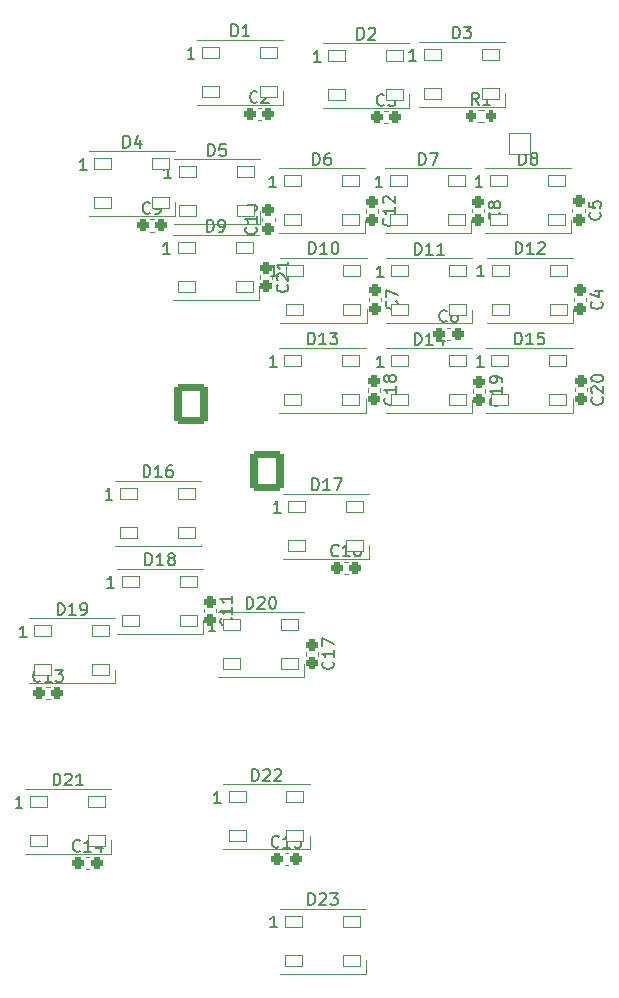
<source format=gbr>
%TF.GenerationSoftware,KiCad,Pcbnew,(6.0.9)*%
%TF.CreationDate,2022-12-27T01:45:07-09:00*%
%TF.ProjectId,PCB_ LANDING GEAR PANEL,5043422c-204c-4414-9e44-494e47204745,rev?*%
%TF.SameCoordinates,Original*%
%TF.FileFunction,Legend,Top*%
%TF.FilePolarity,Positive*%
%FSLAX46Y46*%
G04 Gerber Fmt 4.6, Leading zero omitted, Abs format (unit mm)*
G04 Created by KiCad (PCBNEW (6.0.9)) date 2022-12-27 01:45:07*
%MOMM*%
%LPD*%
G01*
G04 APERTURE LIST*
G04 Aperture macros list*
%AMRoundRect*
0 Rectangle with rounded corners*
0 $1 Rounding radius*
0 $2 $3 $4 $5 $6 $7 $8 $9 X,Y pos of 4 corners*
0 Add a 4 corners polygon primitive as box body*
4,1,4,$2,$3,$4,$5,$6,$7,$8,$9,$2,$3,0*
0 Add four circle primitives for the rounded corners*
1,1,$1+$1,$2,$3*
1,1,$1+$1,$4,$5*
1,1,$1+$1,$6,$7*
1,1,$1+$1,$8,$9*
0 Add four rect primitives between the rounded corners*
20,1,$1+$1,$2,$3,$4,$5,0*
20,1,$1+$1,$4,$5,$6,$7,0*
20,1,$1+$1,$6,$7,$8,$9,0*
20,1,$1+$1,$8,$9,$2,$3,0*%
G04 Aperture macros list end*
%ADD10C,0.150000*%
%ADD11C,0.120000*%
%ADD12RoundRect,0.250000X-0.200000X-0.275000X0.200000X-0.275000X0.200000X0.275000X-0.200000X0.275000X0*%
%ADD13RoundRect,0.300001X-1.099999X-1.399999X1.099999X-1.399999X1.099999X1.399999X-1.099999X1.399999X0*%
%ADD14O,2.800000X3.400000*%
%ADD15RoundRect,0.300001X1.099999X1.399999X-1.099999X1.399999X-1.099999X-1.399999X1.099999X-1.399999X0*%
%ADD16RoundRect,0.050000X-0.900000X-0.900000X0.900000X-0.900000X0.900000X0.900000X-0.900000X0.900000X0*%
%ADD17C,1.900000*%
%ADD18RoundRect,0.050000X-0.750000X-0.450000X0.750000X-0.450000X0.750000X0.450000X-0.750000X0.450000X0*%
%ADD19RoundRect,0.275000X-0.250000X0.225000X-0.250000X-0.225000X0.250000X-0.225000X0.250000X0.225000X0*%
%ADD20RoundRect,0.275000X-0.225000X-0.250000X0.225000X-0.250000X0.225000X0.250000X-0.225000X0.250000X0*%
%ADD21RoundRect,0.275000X0.250000X-0.225000X0.250000X0.225000X-0.250000X0.225000X-0.250000X-0.225000X0*%
G04 APERTURE END LIST*
D10*
%TO.C,R1*%
X105658333Y-45622380D02*
X105325000Y-45146190D01*
X105086904Y-45622380D02*
X105086904Y-44622380D01*
X105467857Y-44622380D01*
X105563095Y-44670000D01*
X105610714Y-44717619D01*
X105658333Y-44812857D01*
X105658333Y-44955714D01*
X105610714Y-45050952D01*
X105563095Y-45098571D01*
X105467857Y-45146190D01*
X105086904Y-45146190D01*
X106610714Y-45622380D02*
X106039285Y-45622380D01*
X106325000Y-45622380D02*
X106325000Y-44622380D01*
X106229761Y-44765238D01*
X106134523Y-44860476D01*
X106039285Y-44908095D01*
%TO.C,D23*%
X91230114Y-113386380D02*
X91230114Y-112386380D01*
X91468209Y-112386380D01*
X91611066Y-112434000D01*
X91706304Y-112529238D01*
X91753923Y-112624476D01*
X91801542Y-112814952D01*
X91801542Y-112957809D01*
X91753923Y-113148285D01*
X91706304Y-113243523D01*
X91611066Y-113338761D01*
X91468209Y-113386380D01*
X91230114Y-113386380D01*
X92182495Y-112481619D02*
X92230114Y-112434000D01*
X92325352Y-112386380D01*
X92563447Y-112386380D01*
X92658685Y-112434000D01*
X92706304Y-112481619D01*
X92753923Y-112576857D01*
X92753923Y-112672095D01*
X92706304Y-112814952D01*
X92134876Y-113386380D01*
X92753923Y-113386380D01*
X93087257Y-112386380D02*
X93706304Y-112386380D01*
X93372971Y-112767333D01*
X93515828Y-112767333D01*
X93611066Y-112814952D01*
X93658685Y-112862571D01*
X93706304Y-112957809D01*
X93706304Y-113195904D01*
X93658685Y-113291142D01*
X93611066Y-113338761D01*
X93515828Y-113386380D01*
X93230114Y-113386380D01*
X93134876Y-113338761D01*
X93087257Y-113291142D01*
X88580114Y-115286380D02*
X88008685Y-115286380D01*
X88294400Y-115286380D02*
X88294400Y-114286380D01*
X88199161Y-114429238D01*
X88103923Y-114524476D01*
X88008685Y-114572095D01*
%TO.C,D22*%
X86466514Y-102870380D02*
X86466514Y-101870380D01*
X86704609Y-101870380D01*
X86847466Y-101918000D01*
X86942704Y-102013238D01*
X86990323Y-102108476D01*
X87037942Y-102298952D01*
X87037942Y-102441809D01*
X86990323Y-102632285D01*
X86942704Y-102727523D01*
X86847466Y-102822761D01*
X86704609Y-102870380D01*
X86466514Y-102870380D01*
X87418895Y-101965619D02*
X87466514Y-101918000D01*
X87561752Y-101870380D01*
X87799847Y-101870380D01*
X87895085Y-101918000D01*
X87942704Y-101965619D01*
X87990323Y-102060857D01*
X87990323Y-102156095D01*
X87942704Y-102298952D01*
X87371276Y-102870380D01*
X87990323Y-102870380D01*
X88371276Y-101965619D02*
X88418895Y-101918000D01*
X88514133Y-101870380D01*
X88752228Y-101870380D01*
X88847466Y-101918000D01*
X88895085Y-101965619D01*
X88942704Y-102060857D01*
X88942704Y-102156095D01*
X88895085Y-102298952D01*
X88323657Y-102870380D01*
X88942704Y-102870380D01*
X83816514Y-104770380D02*
X83245085Y-104770380D01*
X83530800Y-104770380D02*
X83530800Y-103770380D01*
X83435561Y-103913238D01*
X83340323Y-104008476D01*
X83245085Y-104056095D01*
%TO.C,D21*%
X69663314Y-103251380D02*
X69663314Y-102251380D01*
X69901409Y-102251380D01*
X70044266Y-102299000D01*
X70139504Y-102394238D01*
X70187123Y-102489476D01*
X70234742Y-102679952D01*
X70234742Y-102822809D01*
X70187123Y-103013285D01*
X70139504Y-103108523D01*
X70044266Y-103203761D01*
X69901409Y-103251380D01*
X69663314Y-103251380D01*
X70615695Y-102346619D02*
X70663314Y-102299000D01*
X70758552Y-102251380D01*
X70996647Y-102251380D01*
X71091885Y-102299000D01*
X71139504Y-102346619D01*
X71187123Y-102441857D01*
X71187123Y-102537095D01*
X71139504Y-102679952D01*
X70568076Y-103251380D01*
X71187123Y-103251380D01*
X72139504Y-103251380D02*
X71568076Y-103251380D01*
X71853790Y-103251380D02*
X71853790Y-102251380D01*
X71758552Y-102394238D01*
X71663314Y-102489476D01*
X71568076Y-102537095D01*
X67013314Y-105151380D02*
X66441885Y-105151380D01*
X66727600Y-105151380D02*
X66727600Y-104151380D01*
X66632361Y-104294238D01*
X66537123Y-104389476D01*
X66441885Y-104437095D01*
%TO.C,D20*%
X86009314Y-88290780D02*
X86009314Y-87290780D01*
X86247409Y-87290780D01*
X86390266Y-87338400D01*
X86485504Y-87433638D01*
X86533123Y-87528876D01*
X86580742Y-87719352D01*
X86580742Y-87862209D01*
X86533123Y-88052685D01*
X86485504Y-88147923D01*
X86390266Y-88243161D01*
X86247409Y-88290780D01*
X86009314Y-88290780D01*
X86961695Y-87386019D02*
X87009314Y-87338400D01*
X87104552Y-87290780D01*
X87342647Y-87290780D01*
X87437885Y-87338400D01*
X87485504Y-87386019D01*
X87533123Y-87481257D01*
X87533123Y-87576495D01*
X87485504Y-87719352D01*
X86914076Y-88290780D01*
X87533123Y-88290780D01*
X88152171Y-87290780D02*
X88247409Y-87290780D01*
X88342647Y-87338400D01*
X88390266Y-87386019D01*
X88437885Y-87481257D01*
X88485504Y-87671733D01*
X88485504Y-87909828D01*
X88437885Y-88100304D01*
X88390266Y-88195542D01*
X88342647Y-88243161D01*
X88247409Y-88290780D01*
X88152171Y-88290780D01*
X88056933Y-88243161D01*
X88009314Y-88195542D01*
X87961695Y-88100304D01*
X87914076Y-87909828D01*
X87914076Y-87671733D01*
X87961695Y-87481257D01*
X88009314Y-87386019D01*
X88056933Y-87338400D01*
X88152171Y-87290780D01*
X83359314Y-90190780D02*
X82787885Y-90190780D01*
X83073600Y-90190780D02*
X83073600Y-89190780D01*
X82978361Y-89333638D01*
X82883123Y-89428876D01*
X82787885Y-89476495D01*
%TO.C,D19*%
X70018914Y-88823980D02*
X70018914Y-87823980D01*
X70257009Y-87823980D01*
X70399866Y-87871600D01*
X70495104Y-87966838D01*
X70542723Y-88062076D01*
X70590342Y-88252552D01*
X70590342Y-88395409D01*
X70542723Y-88585885D01*
X70495104Y-88681123D01*
X70399866Y-88776361D01*
X70257009Y-88823980D01*
X70018914Y-88823980D01*
X71542723Y-88823980D02*
X70971295Y-88823980D01*
X71257009Y-88823980D02*
X71257009Y-87823980D01*
X71161771Y-87966838D01*
X71066533Y-88062076D01*
X70971295Y-88109695D01*
X72018914Y-88823980D02*
X72209390Y-88823980D01*
X72304628Y-88776361D01*
X72352247Y-88728742D01*
X72447485Y-88585885D01*
X72495104Y-88395409D01*
X72495104Y-88014457D01*
X72447485Y-87919219D01*
X72399866Y-87871600D01*
X72304628Y-87823980D01*
X72114152Y-87823980D01*
X72018914Y-87871600D01*
X71971295Y-87919219D01*
X71923676Y-88014457D01*
X71923676Y-88252552D01*
X71971295Y-88347790D01*
X72018914Y-88395409D01*
X72114152Y-88443028D01*
X72304628Y-88443028D01*
X72399866Y-88395409D01*
X72447485Y-88347790D01*
X72495104Y-88252552D01*
X67368914Y-90723980D02*
X66797485Y-90723980D01*
X67083200Y-90723980D02*
X67083200Y-89723980D01*
X66987961Y-89866838D01*
X66892723Y-89962076D01*
X66797485Y-90009695D01*
%TO.C,D18*%
X77435714Y-84607580D02*
X77435714Y-83607580D01*
X77673809Y-83607580D01*
X77816666Y-83655200D01*
X77911904Y-83750438D01*
X77959523Y-83845676D01*
X78007142Y-84036152D01*
X78007142Y-84179009D01*
X77959523Y-84369485D01*
X77911904Y-84464723D01*
X77816666Y-84559961D01*
X77673809Y-84607580D01*
X77435714Y-84607580D01*
X78959523Y-84607580D02*
X78388095Y-84607580D01*
X78673809Y-84607580D02*
X78673809Y-83607580D01*
X78578571Y-83750438D01*
X78483333Y-83845676D01*
X78388095Y-83893295D01*
X79530952Y-84036152D02*
X79435714Y-83988533D01*
X79388095Y-83940914D01*
X79340476Y-83845676D01*
X79340476Y-83798057D01*
X79388095Y-83702819D01*
X79435714Y-83655200D01*
X79530952Y-83607580D01*
X79721428Y-83607580D01*
X79816666Y-83655200D01*
X79864285Y-83702819D01*
X79911904Y-83798057D01*
X79911904Y-83845676D01*
X79864285Y-83940914D01*
X79816666Y-83988533D01*
X79721428Y-84036152D01*
X79530952Y-84036152D01*
X79435714Y-84083771D01*
X79388095Y-84131390D01*
X79340476Y-84226628D01*
X79340476Y-84417104D01*
X79388095Y-84512342D01*
X79435714Y-84559961D01*
X79530952Y-84607580D01*
X79721428Y-84607580D01*
X79816666Y-84559961D01*
X79864285Y-84512342D01*
X79911904Y-84417104D01*
X79911904Y-84226628D01*
X79864285Y-84131390D01*
X79816666Y-84083771D01*
X79721428Y-84036152D01*
X74785714Y-86507580D02*
X74214285Y-86507580D01*
X74500000Y-86507580D02*
X74500000Y-85507580D01*
X74404761Y-85650438D01*
X74309523Y-85745676D01*
X74214285Y-85793295D01*
%TO.C,D17*%
X91535714Y-78252380D02*
X91535714Y-77252380D01*
X91773809Y-77252380D01*
X91916666Y-77300000D01*
X92011904Y-77395238D01*
X92059523Y-77490476D01*
X92107142Y-77680952D01*
X92107142Y-77823809D01*
X92059523Y-78014285D01*
X92011904Y-78109523D01*
X91916666Y-78204761D01*
X91773809Y-78252380D01*
X91535714Y-78252380D01*
X93059523Y-78252380D02*
X92488095Y-78252380D01*
X92773809Y-78252380D02*
X92773809Y-77252380D01*
X92678571Y-77395238D01*
X92583333Y-77490476D01*
X92488095Y-77538095D01*
X93392857Y-77252380D02*
X94059523Y-77252380D01*
X93630952Y-78252380D01*
X88885714Y-80152380D02*
X88314285Y-80152380D01*
X88600000Y-80152380D02*
X88600000Y-79152380D01*
X88504761Y-79295238D01*
X88409523Y-79390476D01*
X88314285Y-79438095D01*
%TO.C,D16*%
X77285714Y-77152380D02*
X77285714Y-76152380D01*
X77523809Y-76152380D01*
X77666666Y-76200000D01*
X77761904Y-76295238D01*
X77809523Y-76390476D01*
X77857142Y-76580952D01*
X77857142Y-76723809D01*
X77809523Y-76914285D01*
X77761904Y-77009523D01*
X77666666Y-77104761D01*
X77523809Y-77152380D01*
X77285714Y-77152380D01*
X78809523Y-77152380D02*
X78238095Y-77152380D01*
X78523809Y-77152380D02*
X78523809Y-76152380D01*
X78428571Y-76295238D01*
X78333333Y-76390476D01*
X78238095Y-76438095D01*
X79666666Y-76152380D02*
X79476190Y-76152380D01*
X79380952Y-76200000D01*
X79333333Y-76247619D01*
X79238095Y-76390476D01*
X79190476Y-76580952D01*
X79190476Y-76961904D01*
X79238095Y-77057142D01*
X79285714Y-77104761D01*
X79380952Y-77152380D01*
X79571428Y-77152380D01*
X79666666Y-77104761D01*
X79714285Y-77057142D01*
X79761904Y-76961904D01*
X79761904Y-76723809D01*
X79714285Y-76628571D01*
X79666666Y-76580952D01*
X79571428Y-76533333D01*
X79380952Y-76533333D01*
X79285714Y-76580952D01*
X79238095Y-76628571D01*
X79190476Y-76723809D01*
X74635714Y-79052380D02*
X74064285Y-79052380D01*
X74350000Y-79052380D02*
X74350000Y-78052380D01*
X74254761Y-78195238D01*
X74159523Y-78290476D01*
X74064285Y-78338095D01*
%TO.C,D15*%
X108728714Y-65913180D02*
X108728714Y-64913180D01*
X108966809Y-64913180D01*
X109109666Y-64960800D01*
X109204904Y-65056038D01*
X109252523Y-65151276D01*
X109300142Y-65341752D01*
X109300142Y-65484609D01*
X109252523Y-65675085D01*
X109204904Y-65770323D01*
X109109666Y-65865561D01*
X108966809Y-65913180D01*
X108728714Y-65913180D01*
X110252523Y-65913180D02*
X109681095Y-65913180D01*
X109966809Y-65913180D02*
X109966809Y-64913180D01*
X109871571Y-65056038D01*
X109776333Y-65151276D01*
X109681095Y-65198895D01*
X111157285Y-64913180D02*
X110681095Y-64913180D01*
X110633476Y-65389371D01*
X110681095Y-65341752D01*
X110776333Y-65294133D01*
X111014428Y-65294133D01*
X111109666Y-65341752D01*
X111157285Y-65389371D01*
X111204904Y-65484609D01*
X111204904Y-65722704D01*
X111157285Y-65817942D01*
X111109666Y-65865561D01*
X111014428Y-65913180D01*
X110776333Y-65913180D01*
X110681095Y-65865561D01*
X110633476Y-65817942D01*
X106078714Y-67813180D02*
X105507285Y-67813180D01*
X105793000Y-67813180D02*
X105793000Y-66813180D01*
X105697761Y-66956038D01*
X105602523Y-67051276D01*
X105507285Y-67098895D01*
%TO.C,D14*%
X100244714Y-65963980D02*
X100244714Y-64963980D01*
X100482809Y-64963980D01*
X100625666Y-65011600D01*
X100720904Y-65106838D01*
X100768523Y-65202076D01*
X100816142Y-65392552D01*
X100816142Y-65535409D01*
X100768523Y-65725885D01*
X100720904Y-65821123D01*
X100625666Y-65916361D01*
X100482809Y-65963980D01*
X100244714Y-65963980D01*
X101768523Y-65963980D02*
X101197095Y-65963980D01*
X101482809Y-65963980D02*
X101482809Y-64963980D01*
X101387571Y-65106838D01*
X101292333Y-65202076D01*
X101197095Y-65249695D01*
X102625666Y-65297314D02*
X102625666Y-65963980D01*
X102387571Y-64916361D02*
X102149476Y-65630647D01*
X102768523Y-65630647D01*
X97594714Y-67863980D02*
X97023285Y-67863980D01*
X97309000Y-67863980D02*
X97309000Y-66863980D01*
X97213761Y-67006838D01*
X97118523Y-67102076D01*
X97023285Y-67149695D01*
%TO.C,D13*%
X91202514Y-65913180D02*
X91202514Y-64913180D01*
X91440609Y-64913180D01*
X91583466Y-64960800D01*
X91678704Y-65056038D01*
X91726323Y-65151276D01*
X91773942Y-65341752D01*
X91773942Y-65484609D01*
X91726323Y-65675085D01*
X91678704Y-65770323D01*
X91583466Y-65865561D01*
X91440609Y-65913180D01*
X91202514Y-65913180D01*
X92726323Y-65913180D02*
X92154895Y-65913180D01*
X92440609Y-65913180D02*
X92440609Y-64913180D01*
X92345371Y-65056038D01*
X92250133Y-65151276D01*
X92154895Y-65198895D01*
X93059657Y-64913180D02*
X93678704Y-64913180D01*
X93345371Y-65294133D01*
X93488228Y-65294133D01*
X93583466Y-65341752D01*
X93631085Y-65389371D01*
X93678704Y-65484609D01*
X93678704Y-65722704D01*
X93631085Y-65817942D01*
X93583466Y-65865561D01*
X93488228Y-65913180D01*
X93202514Y-65913180D01*
X93107276Y-65865561D01*
X93059657Y-65817942D01*
X88552514Y-67813180D02*
X87981085Y-67813180D01*
X88266800Y-67813180D02*
X88266800Y-66813180D01*
X88171561Y-66956038D01*
X88076323Y-67051276D01*
X87981085Y-67098895D01*
%TO.C,D12*%
X108767714Y-58267980D02*
X108767714Y-57267980D01*
X109005809Y-57267980D01*
X109148666Y-57315600D01*
X109243904Y-57410838D01*
X109291523Y-57506076D01*
X109339142Y-57696552D01*
X109339142Y-57839409D01*
X109291523Y-58029885D01*
X109243904Y-58125123D01*
X109148666Y-58220361D01*
X109005809Y-58267980D01*
X108767714Y-58267980D01*
X110291523Y-58267980D02*
X109720095Y-58267980D01*
X110005809Y-58267980D02*
X110005809Y-57267980D01*
X109910571Y-57410838D01*
X109815333Y-57506076D01*
X109720095Y-57553695D01*
X110672476Y-57363219D02*
X110720095Y-57315600D01*
X110815333Y-57267980D01*
X111053428Y-57267980D01*
X111148666Y-57315600D01*
X111196285Y-57363219D01*
X111243904Y-57458457D01*
X111243904Y-57553695D01*
X111196285Y-57696552D01*
X110624857Y-58267980D01*
X111243904Y-58267980D01*
X106117714Y-60167980D02*
X105546285Y-60167980D01*
X105832000Y-60167980D02*
X105832000Y-59167980D01*
X105736761Y-59310838D01*
X105641523Y-59406076D01*
X105546285Y-59453695D01*
%TO.C,D11*%
X100244714Y-58343980D02*
X100244714Y-57343980D01*
X100482809Y-57343980D01*
X100625666Y-57391600D01*
X100720904Y-57486838D01*
X100768523Y-57582076D01*
X100816142Y-57772552D01*
X100816142Y-57915409D01*
X100768523Y-58105885D01*
X100720904Y-58201123D01*
X100625666Y-58296361D01*
X100482809Y-58343980D01*
X100244714Y-58343980D01*
X101768523Y-58343980D02*
X101197095Y-58343980D01*
X101482809Y-58343980D02*
X101482809Y-57343980D01*
X101387571Y-57486838D01*
X101292333Y-57582076D01*
X101197095Y-57629695D01*
X102720904Y-58343980D02*
X102149476Y-58343980D01*
X102435190Y-58343980D02*
X102435190Y-57343980D01*
X102339952Y-57486838D01*
X102244714Y-57582076D01*
X102149476Y-57629695D01*
X97594714Y-60243980D02*
X97023285Y-60243980D01*
X97309000Y-60243980D02*
X97309000Y-59243980D01*
X97213761Y-59386838D01*
X97118523Y-59482076D01*
X97023285Y-59529695D01*
%TO.C,D10*%
X91292514Y-58267980D02*
X91292514Y-57267980D01*
X91530609Y-57267980D01*
X91673466Y-57315600D01*
X91768704Y-57410838D01*
X91816323Y-57506076D01*
X91863942Y-57696552D01*
X91863942Y-57839409D01*
X91816323Y-58029885D01*
X91768704Y-58125123D01*
X91673466Y-58220361D01*
X91530609Y-58267980D01*
X91292514Y-58267980D01*
X92816323Y-58267980D02*
X92244895Y-58267980D01*
X92530609Y-58267980D02*
X92530609Y-57267980D01*
X92435371Y-57410838D01*
X92340133Y-57506076D01*
X92244895Y-57553695D01*
X93435371Y-57267980D02*
X93530609Y-57267980D01*
X93625847Y-57315600D01*
X93673466Y-57363219D01*
X93721085Y-57458457D01*
X93768704Y-57648933D01*
X93768704Y-57887028D01*
X93721085Y-58077504D01*
X93673466Y-58172742D01*
X93625847Y-58220361D01*
X93530609Y-58267980D01*
X93435371Y-58267980D01*
X93340133Y-58220361D01*
X93292514Y-58172742D01*
X93244895Y-58077504D01*
X93197276Y-57887028D01*
X93197276Y-57648933D01*
X93244895Y-57458457D01*
X93292514Y-57363219D01*
X93340133Y-57315600D01*
X93435371Y-57267980D01*
X88642514Y-60167980D02*
X88071085Y-60167980D01*
X88356800Y-60167980D02*
X88356800Y-59167980D01*
X88261561Y-59310838D01*
X88166323Y-59406076D01*
X88071085Y-59453695D01*
%TO.C,D9*%
X82636304Y-56362780D02*
X82636304Y-55362780D01*
X82874400Y-55362780D01*
X83017257Y-55410400D01*
X83112495Y-55505638D01*
X83160114Y-55600876D01*
X83207733Y-55791352D01*
X83207733Y-55934209D01*
X83160114Y-56124685D01*
X83112495Y-56219923D01*
X83017257Y-56315161D01*
X82874400Y-56362780D01*
X82636304Y-56362780D01*
X83683923Y-56362780D02*
X83874400Y-56362780D01*
X83969638Y-56315161D01*
X84017257Y-56267542D01*
X84112495Y-56124685D01*
X84160114Y-55934209D01*
X84160114Y-55553257D01*
X84112495Y-55458019D01*
X84064876Y-55410400D01*
X83969638Y-55362780D01*
X83779161Y-55362780D01*
X83683923Y-55410400D01*
X83636304Y-55458019D01*
X83588685Y-55553257D01*
X83588685Y-55791352D01*
X83636304Y-55886590D01*
X83683923Y-55934209D01*
X83779161Y-55981828D01*
X83969638Y-55981828D01*
X84064876Y-55934209D01*
X84112495Y-55886590D01*
X84160114Y-55791352D01*
X79510114Y-58262780D02*
X78938685Y-58262780D01*
X79224400Y-58262780D02*
X79224400Y-57262780D01*
X79129161Y-57405638D01*
X79033923Y-57500876D01*
X78938685Y-57548495D01*
%TO.C,D8*%
X109091904Y-50698780D02*
X109091904Y-49698780D01*
X109330000Y-49698780D01*
X109472857Y-49746400D01*
X109568095Y-49841638D01*
X109615714Y-49936876D01*
X109663333Y-50127352D01*
X109663333Y-50270209D01*
X109615714Y-50460685D01*
X109568095Y-50555923D01*
X109472857Y-50651161D01*
X109330000Y-50698780D01*
X109091904Y-50698780D01*
X110234761Y-50127352D02*
X110139523Y-50079733D01*
X110091904Y-50032114D01*
X110044285Y-49936876D01*
X110044285Y-49889257D01*
X110091904Y-49794019D01*
X110139523Y-49746400D01*
X110234761Y-49698780D01*
X110425238Y-49698780D01*
X110520476Y-49746400D01*
X110568095Y-49794019D01*
X110615714Y-49889257D01*
X110615714Y-49936876D01*
X110568095Y-50032114D01*
X110520476Y-50079733D01*
X110425238Y-50127352D01*
X110234761Y-50127352D01*
X110139523Y-50174971D01*
X110091904Y-50222590D01*
X110044285Y-50317828D01*
X110044285Y-50508304D01*
X110091904Y-50603542D01*
X110139523Y-50651161D01*
X110234761Y-50698780D01*
X110425238Y-50698780D01*
X110520476Y-50651161D01*
X110568095Y-50603542D01*
X110615714Y-50508304D01*
X110615714Y-50317828D01*
X110568095Y-50222590D01*
X110520476Y-50174971D01*
X110425238Y-50127352D01*
X105965714Y-52598780D02*
X105394285Y-52598780D01*
X105680000Y-52598780D02*
X105680000Y-51598780D01*
X105584761Y-51741638D01*
X105489523Y-51836876D01*
X105394285Y-51884495D01*
%TO.C,D7*%
X100619904Y-50723980D02*
X100619904Y-49723980D01*
X100858000Y-49723980D01*
X101000857Y-49771600D01*
X101096095Y-49866838D01*
X101143714Y-49962076D01*
X101191333Y-50152552D01*
X101191333Y-50295409D01*
X101143714Y-50485885D01*
X101096095Y-50581123D01*
X101000857Y-50676361D01*
X100858000Y-50723980D01*
X100619904Y-50723980D01*
X101524666Y-49723980D02*
X102191333Y-49723980D01*
X101762761Y-50723980D01*
X97493714Y-52623980D02*
X96922285Y-52623980D01*
X97208000Y-52623980D02*
X97208000Y-51623980D01*
X97112761Y-51766838D01*
X97017523Y-51862076D01*
X96922285Y-51909695D01*
%TO.C,D6*%
X91627904Y-50723980D02*
X91627904Y-49723980D01*
X91866000Y-49723980D01*
X92008857Y-49771600D01*
X92104095Y-49866838D01*
X92151714Y-49962076D01*
X92199333Y-50152552D01*
X92199333Y-50295409D01*
X92151714Y-50485885D01*
X92104095Y-50581123D01*
X92008857Y-50676361D01*
X91866000Y-50723980D01*
X91627904Y-50723980D01*
X93056476Y-49723980D02*
X92866000Y-49723980D01*
X92770761Y-49771600D01*
X92723142Y-49819219D01*
X92627904Y-49962076D01*
X92580285Y-50152552D01*
X92580285Y-50533504D01*
X92627904Y-50628742D01*
X92675523Y-50676361D01*
X92770761Y-50723980D01*
X92961238Y-50723980D01*
X93056476Y-50676361D01*
X93104095Y-50628742D01*
X93151714Y-50533504D01*
X93151714Y-50295409D01*
X93104095Y-50200171D01*
X93056476Y-50152552D01*
X92961238Y-50104933D01*
X92770761Y-50104933D01*
X92675523Y-50152552D01*
X92627904Y-50200171D01*
X92580285Y-50295409D01*
X88501714Y-52623980D02*
X87930285Y-52623980D01*
X88216000Y-52623980D02*
X88216000Y-51623980D01*
X88120761Y-51766838D01*
X88025523Y-51862076D01*
X87930285Y-51909695D01*
%TO.C,D5*%
X82737904Y-49961980D02*
X82737904Y-48961980D01*
X82976000Y-48961980D01*
X83118857Y-49009600D01*
X83214095Y-49104838D01*
X83261714Y-49200076D01*
X83309333Y-49390552D01*
X83309333Y-49533409D01*
X83261714Y-49723885D01*
X83214095Y-49819123D01*
X83118857Y-49914361D01*
X82976000Y-49961980D01*
X82737904Y-49961980D01*
X84214095Y-48961980D02*
X83737904Y-48961980D01*
X83690285Y-49438171D01*
X83737904Y-49390552D01*
X83833142Y-49342933D01*
X84071238Y-49342933D01*
X84166476Y-49390552D01*
X84214095Y-49438171D01*
X84261714Y-49533409D01*
X84261714Y-49771504D01*
X84214095Y-49866742D01*
X84166476Y-49914361D01*
X84071238Y-49961980D01*
X83833142Y-49961980D01*
X83737904Y-49914361D01*
X83690285Y-49866742D01*
X79611714Y-51861980D02*
X79040285Y-51861980D01*
X79326000Y-51861980D02*
X79326000Y-50861980D01*
X79230761Y-51004838D01*
X79135523Y-51100076D01*
X79040285Y-51147695D01*
%TO.C,D4*%
X75575104Y-49250780D02*
X75575104Y-48250780D01*
X75813200Y-48250780D01*
X75956057Y-48298400D01*
X76051295Y-48393638D01*
X76098914Y-48488876D01*
X76146533Y-48679352D01*
X76146533Y-48822209D01*
X76098914Y-49012685D01*
X76051295Y-49107923D01*
X75956057Y-49203161D01*
X75813200Y-49250780D01*
X75575104Y-49250780D01*
X77003676Y-48584114D02*
X77003676Y-49250780D01*
X76765580Y-48203161D02*
X76527485Y-48917447D01*
X77146533Y-48917447D01*
X72448914Y-51150780D02*
X71877485Y-51150780D01*
X72163200Y-51150780D02*
X72163200Y-50150780D01*
X72067961Y-50293638D01*
X71972723Y-50388876D01*
X71877485Y-50436495D01*
%TO.C,D3*%
X103463904Y-40005180D02*
X103463904Y-39005180D01*
X103702000Y-39005180D01*
X103844857Y-39052800D01*
X103940095Y-39148038D01*
X103987714Y-39243276D01*
X104035333Y-39433752D01*
X104035333Y-39576609D01*
X103987714Y-39767085D01*
X103940095Y-39862323D01*
X103844857Y-39957561D01*
X103702000Y-40005180D01*
X103463904Y-40005180D01*
X104368666Y-39005180D02*
X104987714Y-39005180D01*
X104654380Y-39386133D01*
X104797238Y-39386133D01*
X104892476Y-39433752D01*
X104940095Y-39481371D01*
X104987714Y-39576609D01*
X104987714Y-39814704D01*
X104940095Y-39909942D01*
X104892476Y-39957561D01*
X104797238Y-40005180D01*
X104511523Y-40005180D01*
X104416285Y-39957561D01*
X104368666Y-39909942D01*
X100337714Y-41905180D02*
X99766285Y-41905180D01*
X100052000Y-41905180D02*
X100052000Y-40905180D01*
X99956761Y-41048038D01*
X99861523Y-41143276D01*
X99766285Y-41190895D01*
%TO.C,D2*%
X95387104Y-40106780D02*
X95387104Y-39106780D01*
X95625200Y-39106780D01*
X95768057Y-39154400D01*
X95863295Y-39249638D01*
X95910914Y-39344876D01*
X95958533Y-39535352D01*
X95958533Y-39678209D01*
X95910914Y-39868685D01*
X95863295Y-39963923D01*
X95768057Y-40059161D01*
X95625200Y-40106780D01*
X95387104Y-40106780D01*
X96339485Y-39202019D02*
X96387104Y-39154400D01*
X96482342Y-39106780D01*
X96720438Y-39106780D01*
X96815676Y-39154400D01*
X96863295Y-39202019D01*
X96910914Y-39297257D01*
X96910914Y-39392495D01*
X96863295Y-39535352D01*
X96291866Y-40106780D01*
X96910914Y-40106780D01*
X92260914Y-42006780D02*
X91689485Y-42006780D01*
X91975200Y-42006780D02*
X91975200Y-41006780D01*
X91879961Y-41149638D01*
X91784723Y-41244876D01*
X91689485Y-41292495D01*
%TO.C,D1*%
X84707504Y-39827580D02*
X84707504Y-38827580D01*
X84945600Y-38827580D01*
X85088457Y-38875200D01*
X85183695Y-38970438D01*
X85231314Y-39065676D01*
X85278933Y-39256152D01*
X85278933Y-39399009D01*
X85231314Y-39589485D01*
X85183695Y-39684723D01*
X85088457Y-39779961D01*
X84945600Y-39827580D01*
X84707504Y-39827580D01*
X86231314Y-39827580D02*
X85659885Y-39827580D01*
X85945600Y-39827580D02*
X85945600Y-38827580D01*
X85850361Y-38970438D01*
X85755123Y-39065676D01*
X85659885Y-39113295D01*
X81581314Y-41727580D02*
X81009885Y-41727580D01*
X81295600Y-41727580D02*
X81295600Y-40727580D01*
X81200361Y-40870438D01*
X81105123Y-40965676D01*
X81009885Y-41013295D01*
%TO.C,C21*%
X89437142Y-60855357D02*
X89484761Y-60902976D01*
X89532380Y-61045833D01*
X89532380Y-61141071D01*
X89484761Y-61283928D01*
X89389523Y-61379166D01*
X89294285Y-61426785D01*
X89103809Y-61474404D01*
X88960952Y-61474404D01*
X88770476Y-61426785D01*
X88675238Y-61379166D01*
X88580000Y-61283928D01*
X88532380Y-61141071D01*
X88532380Y-61045833D01*
X88580000Y-60902976D01*
X88627619Y-60855357D01*
X88627619Y-60474404D02*
X88580000Y-60426785D01*
X88532380Y-60331547D01*
X88532380Y-60093452D01*
X88580000Y-59998214D01*
X88627619Y-59950595D01*
X88722857Y-59902976D01*
X88818095Y-59902976D01*
X88960952Y-59950595D01*
X89532380Y-60522023D01*
X89532380Y-59902976D01*
X89532380Y-58950595D02*
X89532380Y-59522023D01*
X89532380Y-59236309D02*
X88532380Y-59236309D01*
X88675238Y-59331547D01*
X88770476Y-59426785D01*
X88818095Y-59522023D01*
%TO.C,C20*%
X116087142Y-70405357D02*
X116134761Y-70452976D01*
X116182380Y-70595833D01*
X116182380Y-70691071D01*
X116134761Y-70833928D01*
X116039523Y-70929166D01*
X115944285Y-70976785D01*
X115753809Y-71024404D01*
X115610952Y-71024404D01*
X115420476Y-70976785D01*
X115325238Y-70929166D01*
X115230000Y-70833928D01*
X115182380Y-70691071D01*
X115182380Y-70595833D01*
X115230000Y-70452976D01*
X115277619Y-70405357D01*
X115277619Y-70024404D02*
X115230000Y-69976785D01*
X115182380Y-69881547D01*
X115182380Y-69643452D01*
X115230000Y-69548214D01*
X115277619Y-69500595D01*
X115372857Y-69452976D01*
X115468095Y-69452976D01*
X115610952Y-69500595D01*
X116182380Y-70072023D01*
X116182380Y-69452976D01*
X115182380Y-68833928D02*
X115182380Y-68738690D01*
X115230000Y-68643452D01*
X115277619Y-68595833D01*
X115372857Y-68548214D01*
X115563333Y-68500595D01*
X115801428Y-68500595D01*
X115991904Y-68548214D01*
X116087142Y-68595833D01*
X116134761Y-68643452D01*
X116182380Y-68738690D01*
X116182380Y-68833928D01*
X116134761Y-68929166D01*
X116087142Y-68976785D01*
X115991904Y-69024404D01*
X115801428Y-69072023D01*
X115563333Y-69072023D01*
X115372857Y-69024404D01*
X115277619Y-68976785D01*
X115230000Y-68929166D01*
X115182380Y-68833928D01*
%TO.C,C19*%
X107487142Y-70505357D02*
X107534761Y-70552976D01*
X107582380Y-70695833D01*
X107582380Y-70791071D01*
X107534761Y-70933928D01*
X107439523Y-71029166D01*
X107344285Y-71076785D01*
X107153809Y-71124404D01*
X107010952Y-71124404D01*
X106820476Y-71076785D01*
X106725238Y-71029166D01*
X106630000Y-70933928D01*
X106582380Y-70791071D01*
X106582380Y-70695833D01*
X106630000Y-70552976D01*
X106677619Y-70505357D01*
X107582380Y-69552976D02*
X107582380Y-70124404D01*
X107582380Y-69838690D02*
X106582380Y-69838690D01*
X106725238Y-69933928D01*
X106820476Y-70029166D01*
X106868095Y-70124404D01*
X107582380Y-69076785D02*
X107582380Y-68886309D01*
X107534761Y-68791071D01*
X107487142Y-68743452D01*
X107344285Y-68648214D01*
X107153809Y-68600595D01*
X106772857Y-68600595D01*
X106677619Y-68648214D01*
X106630000Y-68695833D01*
X106582380Y-68791071D01*
X106582380Y-68981547D01*
X106630000Y-69076785D01*
X106677619Y-69124404D01*
X106772857Y-69172023D01*
X107010952Y-69172023D01*
X107106190Y-69124404D01*
X107153809Y-69076785D01*
X107201428Y-68981547D01*
X107201428Y-68791071D01*
X107153809Y-68695833D01*
X107106190Y-68648214D01*
X107010952Y-68600595D01*
%TO.C,C18*%
X98537142Y-70430357D02*
X98584761Y-70477976D01*
X98632380Y-70620833D01*
X98632380Y-70716071D01*
X98584761Y-70858928D01*
X98489523Y-70954166D01*
X98394285Y-71001785D01*
X98203809Y-71049404D01*
X98060952Y-71049404D01*
X97870476Y-71001785D01*
X97775238Y-70954166D01*
X97680000Y-70858928D01*
X97632380Y-70716071D01*
X97632380Y-70620833D01*
X97680000Y-70477976D01*
X97727619Y-70430357D01*
X98632380Y-69477976D02*
X98632380Y-70049404D01*
X98632380Y-69763690D02*
X97632380Y-69763690D01*
X97775238Y-69858928D01*
X97870476Y-69954166D01*
X97918095Y-70049404D01*
X98060952Y-68906547D02*
X98013333Y-69001785D01*
X97965714Y-69049404D01*
X97870476Y-69097023D01*
X97822857Y-69097023D01*
X97727619Y-69049404D01*
X97680000Y-69001785D01*
X97632380Y-68906547D01*
X97632380Y-68716071D01*
X97680000Y-68620833D01*
X97727619Y-68573214D01*
X97822857Y-68525595D01*
X97870476Y-68525595D01*
X97965714Y-68573214D01*
X98013333Y-68620833D01*
X98060952Y-68716071D01*
X98060952Y-68906547D01*
X98108571Y-69001785D01*
X98156190Y-69049404D01*
X98251428Y-69097023D01*
X98441904Y-69097023D01*
X98537142Y-69049404D01*
X98584761Y-69001785D01*
X98632380Y-68906547D01*
X98632380Y-68716071D01*
X98584761Y-68620833D01*
X98537142Y-68573214D01*
X98441904Y-68525595D01*
X98251428Y-68525595D01*
X98156190Y-68573214D01*
X98108571Y-68620833D01*
X98060952Y-68716071D01*
%TO.C,C17*%
X93287142Y-92767857D02*
X93334761Y-92815476D01*
X93382380Y-92958333D01*
X93382380Y-93053571D01*
X93334761Y-93196428D01*
X93239523Y-93291666D01*
X93144285Y-93339285D01*
X92953809Y-93386904D01*
X92810952Y-93386904D01*
X92620476Y-93339285D01*
X92525238Y-93291666D01*
X92430000Y-93196428D01*
X92382380Y-93053571D01*
X92382380Y-92958333D01*
X92430000Y-92815476D01*
X92477619Y-92767857D01*
X93382380Y-91815476D02*
X93382380Y-92386904D01*
X93382380Y-92101190D02*
X92382380Y-92101190D01*
X92525238Y-92196428D01*
X92620476Y-92291666D01*
X92668095Y-92386904D01*
X92382380Y-91482142D02*
X92382380Y-90815476D01*
X93382380Y-91244047D01*
%TO.C,C16*%
X93782142Y-83777142D02*
X93734523Y-83824761D01*
X93591666Y-83872380D01*
X93496428Y-83872380D01*
X93353571Y-83824761D01*
X93258333Y-83729523D01*
X93210714Y-83634285D01*
X93163095Y-83443809D01*
X93163095Y-83300952D01*
X93210714Y-83110476D01*
X93258333Y-83015238D01*
X93353571Y-82920000D01*
X93496428Y-82872380D01*
X93591666Y-82872380D01*
X93734523Y-82920000D01*
X93782142Y-82967619D01*
X94734523Y-83872380D02*
X94163095Y-83872380D01*
X94448809Y-83872380D02*
X94448809Y-82872380D01*
X94353571Y-83015238D01*
X94258333Y-83110476D01*
X94163095Y-83158095D01*
X95591666Y-82872380D02*
X95401190Y-82872380D01*
X95305952Y-82920000D01*
X95258333Y-82967619D01*
X95163095Y-83110476D01*
X95115476Y-83300952D01*
X95115476Y-83681904D01*
X95163095Y-83777142D01*
X95210714Y-83824761D01*
X95305952Y-83872380D01*
X95496428Y-83872380D01*
X95591666Y-83824761D01*
X95639285Y-83777142D01*
X95686904Y-83681904D01*
X95686904Y-83443809D01*
X95639285Y-83348571D01*
X95591666Y-83300952D01*
X95496428Y-83253333D01*
X95305952Y-83253333D01*
X95210714Y-83300952D01*
X95163095Y-83348571D01*
X95115476Y-83443809D01*
%TO.C,C15*%
X88732142Y-108427142D02*
X88684523Y-108474761D01*
X88541666Y-108522380D01*
X88446428Y-108522380D01*
X88303571Y-108474761D01*
X88208333Y-108379523D01*
X88160714Y-108284285D01*
X88113095Y-108093809D01*
X88113095Y-107950952D01*
X88160714Y-107760476D01*
X88208333Y-107665238D01*
X88303571Y-107570000D01*
X88446428Y-107522380D01*
X88541666Y-107522380D01*
X88684523Y-107570000D01*
X88732142Y-107617619D01*
X89684523Y-108522380D02*
X89113095Y-108522380D01*
X89398809Y-108522380D02*
X89398809Y-107522380D01*
X89303571Y-107665238D01*
X89208333Y-107760476D01*
X89113095Y-107808095D01*
X90589285Y-107522380D02*
X90113095Y-107522380D01*
X90065476Y-107998571D01*
X90113095Y-107950952D01*
X90208333Y-107903333D01*
X90446428Y-107903333D01*
X90541666Y-107950952D01*
X90589285Y-107998571D01*
X90636904Y-108093809D01*
X90636904Y-108331904D01*
X90589285Y-108427142D01*
X90541666Y-108474761D01*
X90446428Y-108522380D01*
X90208333Y-108522380D01*
X90113095Y-108474761D01*
X90065476Y-108427142D01*
%TO.C,C14*%
X71882142Y-108777142D02*
X71834523Y-108824761D01*
X71691666Y-108872380D01*
X71596428Y-108872380D01*
X71453571Y-108824761D01*
X71358333Y-108729523D01*
X71310714Y-108634285D01*
X71263095Y-108443809D01*
X71263095Y-108300952D01*
X71310714Y-108110476D01*
X71358333Y-108015238D01*
X71453571Y-107920000D01*
X71596428Y-107872380D01*
X71691666Y-107872380D01*
X71834523Y-107920000D01*
X71882142Y-107967619D01*
X72834523Y-108872380D02*
X72263095Y-108872380D01*
X72548809Y-108872380D02*
X72548809Y-107872380D01*
X72453571Y-108015238D01*
X72358333Y-108110476D01*
X72263095Y-108158095D01*
X73691666Y-108205714D02*
X73691666Y-108872380D01*
X73453571Y-107824761D02*
X73215476Y-108539047D01*
X73834523Y-108539047D01*
%TO.C,C13*%
X68532142Y-94377142D02*
X68484523Y-94424761D01*
X68341666Y-94472380D01*
X68246428Y-94472380D01*
X68103571Y-94424761D01*
X68008333Y-94329523D01*
X67960714Y-94234285D01*
X67913095Y-94043809D01*
X67913095Y-93900952D01*
X67960714Y-93710476D01*
X68008333Y-93615238D01*
X68103571Y-93520000D01*
X68246428Y-93472380D01*
X68341666Y-93472380D01*
X68484523Y-93520000D01*
X68532142Y-93567619D01*
X69484523Y-94472380D02*
X68913095Y-94472380D01*
X69198809Y-94472380D02*
X69198809Y-93472380D01*
X69103571Y-93615238D01*
X69008333Y-93710476D01*
X68913095Y-93758095D01*
X69817857Y-93472380D02*
X70436904Y-93472380D01*
X70103571Y-93853333D01*
X70246428Y-93853333D01*
X70341666Y-93900952D01*
X70389285Y-93948571D01*
X70436904Y-94043809D01*
X70436904Y-94281904D01*
X70389285Y-94377142D01*
X70341666Y-94424761D01*
X70246428Y-94472380D01*
X69960714Y-94472380D01*
X69865476Y-94424761D01*
X69817857Y-94377142D01*
%TO.C,C12*%
X98437142Y-55267857D02*
X98484761Y-55315476D01*
X98532380Y-55458333D01*
X98532380Y-55553571D01*
X98484761Y-55696428D01*
X98389523Y-55791666D01*
X98294285Y-55839285D01*
X98103809Y-55886904D01*
X97960952Y-55886904D01*
X97770476Y-55839285D01*
X97675238Y-55791666D01*
X97580000Y-55696428D01*
X97532380Y-55553571D01*
X97532380Y-55458333D01*
X97580000Y-55315476D01*
X97627619Y-55267857D01*
X98532380Y-54315476D02*
X98532380Y-54886904D01*
X98532380Y-54601190D02*
X97532380Y-54601190D01*
X97675238Y-54696428D01*
X97770476Y-54791666D01*
X97818095Y-54886904D01*
X97627619Y-53934523D02*
X97580000Y-53886904D01*
X97532380Y-53791666D01*
X97532380Y-53553571D01*
X97580000Y-53458333D01*
X97627619Y-53410714D01*
X97722857Y-53363095D01*
X97818095Y-53363095D01*
X97960952Y-53410714D01*
X98532380Y-53982142D01*
X98532380Y-53363095D01*
%TO.C,C11*%
X84687142Y-89117857D02*
X84734761Y-89165476D01*
X84782380Y-89308333D01*
X84782380Y-89403571D01*
X84734761Y-89546428D01*
X84639523Y-89641666D01*
X84544285Y-89689285D01*
X84353809Y-89736904D01*
X84210952Y-89736904D01*
X84020476Y-89689285D01*
X83925238Y-89641666D01*
X83830000Y-89546428D01*
X83782380Y-89403571D01*
X83782380Y-89308333D01*
X83830000Y-89165476D01*
X83877619Y-89117857D01*
X84782380Y-88165476D02*
X84782380Y-88736904D01*
X84782380Y-88451190D02*
X83782380Y-88451190D01*
X83925238Y-88546428D01*
X84020476Y-88641666D01*
X84068095Y-88736904D01*
X84782380Y-87213095D02*
X84782380Y-87784523D01*
X84782380Y-87498809D02*
X83782380Y-87498809D01*
X83925238Y-87594047D01*
X84020476Y-87689285D01*
X84068095Y-87784523D01*
%TO.C,C10*%
X86777142Y-55992857D02*
X86824761Y-56040476D01*
X86872380Y-56183333D01*
X86872380Y-56278571D01*
X86824761Y-56421428D01*
X86729523Y-56516666D01*
X86634285Y-56564285D01*
X86443809Y-56611904D01*
X86300952Y-56611904D01*
X86110476Y-56564285D01*
X86015238Y-56516666D01*
X85920000Y-56421428D01*
X85872380Y-56278571D01*
X85872380Y-56183333D01*
X85920000Y-56040476D01*
X85967619Y-55992857D01*
X86872380Y-55040476D02*
X86872380Y-55611904D01*
X86872380Y-55326190D02*
X85872380Y-55326190D01*
X86015238Y-55421428D01*
X86110476Y-55516666D01*
X86158095Y-55611904D01*
X85872380Y-54421428D02*
X85872380Y-54326190D01*
X85920000Y-54230952D01*
X85967619Y-54183333D01*
X86062857Y-54135714D01*
X86253333Y-54088095D01*
X86491428Y-54088095D01*
X86681904Y-54135714D01*
X86777142Y-54183333D01*
X86824761Y-54230952D01*
X86872380Y-54326190D01*
X86872380Y-54421428D01*
X86824761Y-54516666D01*
X86777142Y-54564285D01*
X86681904Y-54611904D01*
X86491428Y-54659523D01*
X86253333Y-54659523D01*
X86062857Y-54611904D01*
X85967619Y-54564285D01*
X85920000Y-54516666D01*
X85872380Y-54421428D01*
%TO.C,C9*%
X77808333Y-54777142D02*
X77760714Y-54824761D01*
X77617857Y-54872380D01*
X77522619Y-54872380D01*
X77379761Y-54824761D01*
X77284523Y-54729523D01*
X77236904Y-54634285D01*
X77189285Y-54443809D01*
X77189285Y-54300952D01*
X77236904Y-54110476D01*
X77284523Y-54015238D01*
X77379761Y-53920000D01*
X77522619Y-53872380D01*
X77617857Y-53872380D01*
X77760714Y-53920000D01*
X77808333Y-53967619D01*
X78284523Y-54872380D02*
X78475000Y-54872380D01*
X78570238Y-54824761D01*
X78617857Y-54777142D01*
X78713095Y-54634285D01*
X78760714Y-54443809D01*
X78760714Y-54062857D01*
X78713095Y-53967619D01*
X78665476Y-53920000D01*
X78570238Y-53872380D01*
X78379761Y-53872380D01*
X78284523Y-53920000D01*
X78236904Y-53967619D01*
X78189285Y-54062857D01*
X78189285Y-54300952D01*
X78236904Y-54396190D01*
X78284523Y-54443809D01*
X78379761Y-54491428D01*
X78570238Y-54491428D01*
X78665476Y-54443809D01*
X78713095Y-54396190D01*
X78760714Y-54300952D01*
%TO.C,C8*%
X107387142Y-54766666D02*
X107434761Y-54814285D01*
X107482380Y-54957142D01*
X107482380Y-55052380D01*
X107434761Y-55195238D01*
X107339523Y-55290476D01*
X107244285Y-55338095D01*
X107053809Y-55385714D01*
X106910952Y-55385714D01*
X106720476Y-55338095D01*
X106625238Y-55290476D01*
X106530000Y-55195238D01*
X106482380Y-55052380D01*
X106482380Y-54957142D01*
X106530000Y-54814285D01*
X106577619Y-54766666D01*
X106910952Y-54195238D02*
X106863333Y-54290476D01*
X106815714Y-54338095D01*
X106720476Y-54385714D01*
X106672857Y-54385714D01*
X106577619Y-54338095D01*
X106530000Y-54290476D01*
X106482380Y-54195238D01*
X106482380Y-54004761D01*
X106530000Y-53909523D01*
X106577619Y-53861904D01*
X106672857Y-53814285D01*
X106720476Y-53814285D01*
X106815714Y-53861904D01*
X106863333Y-53909523D01*
X106910952Y-54004761D01*
X106910952Y-54195238D01*
X106958571Y-54290476D01*
X107006190Y-54338095D01*
X107101428Y-54385714D01*
X107291904Y-54385714D01*
X107387142Y-54338095D01*
X107434761Y-54290476D01*
X107482380Y-54195238D01*
X107482380Y-54004761D01*
X107434761Y-53909523D01*
X107387142Y-53861904D01*
X107291904Y-53814285D01*
X107101428Y-53814285D01*
X107006190Y-53861904D01*
X106958571Y-53909523D01*
X106910952Y-54004761D01*
%TO.C,C7*%
X98687142Y-62279166D02*
X98734761Y-62326785D01*
X98782380Y-62469642D01*
X98782380Y-62564880D01*
X98734761Y-62707738D01*
X98639523Y-62802976D01*
X98544285Y-62850595D01*
X98353809Y-62898214D01*
X98210952Y-62898214D01*
X98020476Y-62850595D01*
X97925238Y-62802976D01*
X97830000Y-62707738D01*
X97782380Y-62564880D01*
X97782380Y-62469642D01*
X97830000Y-62326785D01*
X97877619Y-62279166D01*
X97782380Y-61945833D02*
X97782380Y-61279166D01*
X98782380Y-61707738D01*
%TO.C,C6*%
X102933333Y-63927142D02*
X102885714Y-63974761D01*
X102742857Y-64022380D01*
X102647619Y-64022380D01*
X102504761Y-63974761D01*
X102409523Y-63879523D01*
X102361904Y-63784285D01*
X102314285Y-63593809D01*
X102314285Y-63450952D01*
X102361904Y-63260476D01*
X102409523Y-63165238D01*
X102504761Y-63070000D01*
X102647619Y-63022380D01*
X102742857Y-63022380D01*
X102885714Y-63070000D01*
X102933333Y-63117619D01*
X103790476Y-63022380D02*
X103600000Y-63022380D01*
X103504761Y-63070000D01*
X103457142Y-63117619D01*
X103361904Y-63260476D01*
X103314285Y-63450952D01*
X103314285Y-63831904D01*
X103361904Y-63927142D01*
X103409523Y-63974761D01*
X103504761Y-64022380D01*
X103695238Y-64022380D01*
X103790476Y-63974761D01*
X103838095Y-63927142D01*
X103885714Y-63831904D01*
X103885714Y-63593809D01*
X103838095Y-63498571D01*
X103790476Y-63450952D01*
X103695238Y-63403333D01*
X103504761Y-63403333D01*
X103409523Y-63450952D01*
X103361904Y-63498571D01*
X103314285Y-63593809D01*
%TO.C,C5*%
X115887142Y-54741666D02*
X115934761Y-54789285D01*
X115982380Y-54932142D01*
X115982380Y-55027380D01*
X115934761Y-55170238D01*
X115839523Y-55265476D01*
X115744285Y-55313095D01*
X115553809Y-55360714D01*
X115410952Y-55360714D01*
X115220476Y-55313095D01*
X115125238Y-55265476D01*
X115030000Y-55170238D01*
X114982380Y-55027380D01*
X114982380Y-54932142D01*
X115030000Y-54789285D01*
X115077619Y-54741666D01*
X114982380Y-53836904D02*
X114982380Y-54313095D01*
X115458571Y-54360714D01*
X115410952Y-54313095D01*
X115363333Y-54217857D01*
X115363333Y-53979761D01*
X115410952Y-53884523D01*
X115458571Y-53836904D01*
X115553809Y-53789285D01*
X115791904Y-53789285D01*
X115887142Y-53836904D01*
X115934761Y-53884523D01*
X115982380Y-53979761D01*
X115982380Y-54217857D01*
X115934761Y-54313095D01*
X115887142Y-54360714D01*
%TO.C,C4*%
X116037142Y-62291666D02*
X116084761Y-62339285D01*
X116132380Y-62482142D01*
X116132380Y-62577380D01*
X116084761Y-62720238D01*
X115989523Y-62815476D01*
X115894285Y-62863095D01*
X115703809Y-62910714D01*
X115560952Y-62910714D01*
X115370476Y-62863095D01*
X115275238Y-62815476D01*
X115180000Y-62720238D01*
X115132380Y-62577380D01*
X115132380Y-62482142D01*
X115180000Y-62339285D01*
X115227619Y-62291666D01*
X115465714Y-61434523D02*
X116132380Y-61434523D01*
X115084761Y-61672619D02*
X115799047Y-61910714D01*
X115799047Y-61291666D01*
%TO.C,C3*%
X97633333Y-45627142D02*
X97585714Y-45674761D01*
X97442857Y-45722380D01*
X97347619Y-45722380D01*
X97204761Y-45674761D01*
X97109523Y-45579523D01*
X97061904Y-45484285D01*
X97014285Y-45293809D01*
X97014285Y-45150952D01*
X97061904Y-44960476D01*
X97109523Y-44865238D01*
X97204761Y-44770000D01*
X97347619Y-44722380D01*
X97442857Y-44722380D01*
X97585714Y-44770000D01*
X97633333Y-44817619D01*
X97966666Y-44722380D02*
X98585714Y-44722380D01*
X98252380Y-45103333D01*
X98395238Y-45103333D01*
X98490476Y-45150952D01*
X98538095Y-45198571D01*
X98585714Y-45293809D01*
X98585714Y-45531904D01*
X98538095Y-45627142D01*
X98490476Y-45674761D01*
X98395238Y-45722380D01*
X98109523Y-45722380D01*
X98014285Y-45674761D01*
X97966666Y-45627142D01*
%TO.C,C2*%
X86908333Y-45377142D02*
X86860714Y-45424761D01*
X86717857Y-45472380D01*
X86622619Y-45472380D01*
X86479761Y-45424761D01*
X86384523Y-45329523D01*
X86336904Y-45234285D01*
X86289285Y-45043809D01*
X86289285Y-44900952D01*
X86336904Y-44710476D01*
X86384523Y-44615238D01*
X86479761Y-44520000D01*
X86622619Y-44472380D01*
X86717857Y-44472380D01*
X86860714Y-44520000D01*
X86908333Y-44567619D01*
X87289285Y-44567619D02*
X87336904Y-44520000D01*
X87432142Y-44472380D01*
X87670238Y-44472380D01*
X87765476Y-44520000D01*
X87813095Y-44567619D01*
X87860714Y-44662857D01*
X87860714Y-44758095D01*
X87813095Y-44900952D01*
X87241666Y-45472380D01*
X87860714Y-45472380D01*
D11*
%TO.C,R1*%
X105587742Y-47122500D02*
X106062258Y-47122500D01*
X105587742Y-46077500D02*
X106062258Y-46077500D01*
%TO.C,D23*%
X88794400Y-113684000D02*
X96094400Y-113684000D01*
X88794400Y-119184000D02*
X96094400Y-119184000D01*
X96094400Y-119184000D02*
X96094400Y-118034000D01*
%TO.C,D22*%
X84030800Y-103168000D02*
X91330800Y-103168000D01*
X84030800Y-108668000D02*
X91330800Y-108668000D01*
X91330800Y-108668000D02*
X91330800Y-107518000D01*
%TO.C,D21*%
X67227600Y-103549000D02*
X74527600Y-103549000D01*
X67227600Y-109049000D02*
X74527600Y-109049000D01*
X74527600Y-109049000D02*
X74527600Y-107899000D01*
%TO.C,D20*%
X83573600Y-88588400D02*
X90873600Y-88588400D01*
X83573600Y-94088400D02*
X90873600Y-94088400D01*
X90873600Y-94088400D02*
X90873600Y-92938400D01*
%TO.C,D19*%
X67583200Y-89121600D02*
X74883200Y-89121600D01*
X67583200Y-94621600D02*
X74883200Y-94621600D01*
X74883200Y-94621600D02*
X74883200Y-93471600D01*
%TO.C,D18*%
X75000000Y-84905200D02*
X82300000Y-84905200D01*
X75000000Y-90405200D02*
X82300000Y-90405200D01*
X82300000Y-90405200D02*
X82300000Y-89255200D01*
%TO.C,D17*%
X89100000Y-78550000D02*
X96400000Y-78550000D01*
X89100000Y-84050000D02*
X96400000Y-84050000D01*
X96400000Y-84050000D02*
X96400000Y-82900000D01*
%TO.C,D16*%
X74850000Y-77450000D02*
X82150000Y-77450000D01*
X74850000Y-82950000D02*
X82150000Y-82950000D01*
X82150000Y-82950000D02*
X82150000Y-81800000D01*
%TO.C,D15*%
X106293000Y-66210800D02*
X113593000Y-66210800D01*
X106293000Y-71710800D02*
X113593000Y-71710800D01*
X113593000Y-71710800D02*
X113593000Y-70560800D01*
%TO.C,D14*%
X97809000Y-66261600D02*
X105109000Y-66261600D01*
X97809000Y-71761600D02*
X105109000Y-71761600D01*
X105109000Y-71761600D02*
X105109000Y-70611600D01*
%TO.C,D13*%
X88766800Y-66210800D02*
X96066800Y-66210800D01*
X88766800Y-71710800D02*
X96066800Y-71710800D01*
X96066800Y-71710800D02*
X96066800Y-70560800D01*
%TO.C,D12*%
X106332000Y-58565600D02*
X113632000Y-58565600D01*
X106332000Y-64065600D02*
X113632000Y-64065600D01*
X113632000Y-64065600D02*
X113632000Y-62915600D01*
%TO.C,D11*%
X97809000Y-58641600D02*
X105109000Y-58641600D01*
X97809000Y-64141600D02*
X105109000Y-64141600D01*
X105109000Y-64141600D02*
X105109000Y-62991600D01*
%TO.C,D10*%
X88856800Y-58565600D02*
X96156800Y-58565600D01*
X88856800Y-64065600D02*
X96156800Y-64065600D01*
X96156800Y-64065600D02*
X96156800Y-62915600D01*
%TO.C,D9*%
X79724400Y-56660400D02*
X87024400Y-56660400D01*
X79724400Y-62160400D02*
X87024400Y-62160400D01*
X87024400Y-62160400D02*
X87024400Y-61010400D01*
%TO.C,D8*%
X106180000Y-50996400D02*
X113480000Y-50996400D01*
X106180000Y-56496400D02*
X113480000Y-56496400D01*
X113480000Y-56496400D02*
X113480000Y-55346400D01*
%TO.C,D7*%
X97708000Y-51021600D02*
X105008000Y-51021600D01*
X97708000Y-56521600D02*
X105008000Y-56521600D01*
X105008000Y-56521600D02*
X105008000Y-55371600D01*
%TO.C,D6*%
X88716000Y-51021600D02*
X96016000Y-51021600D01*
X88716000Y-56521600D02*
X96016000Y-56521600D01*
X96016000Y-56521600D02*
X96016000Y-55371600D01*
%TO.C,D5*%
X79826000Y-50259600D02*
X87126000Y-50259600D01*
X79826000Y-55759600D02*
X87126000Y-55759600D01*
X87126000Y-55759600D02*
X87126000Y-54609600D01*
%TO.C,D4*%
X72663200Y-49548400D02*
X79963200Y-49548400D01*
X72663200Y-55048400D02*
X79963200Y-55048400D01*
X79963200Y-55048400D02*
X79963200Y-53898400D01*
%TO.C,D3*%
X100552000Y-40302800D02*
X107852000Y-40302800D01*
X100552000Y-45802800D02*
X107852000Y-45802800D01*
X107852000Y-45802800D02*
X107852000Y-44652800D01*
%TO.C,D2*%
X92475200Y-40404400D02*
X99775200Y-40404400D01*
X92475200Y-45904400D02*
X99775200Y-45904400D01*
X99775200Y-45904400D02*
X99775200Y-44754400D01*
%TO.C,D1*%
X81795600Y-40125200D02*
X89095600Y-40125200D01*
X81795600Y-45625200D02*
X89095600Y-45625200D01*
X89095600Y-45625200D02*
X89095600Y-44475200D01*
%TO.C,C21*%
X87140000Y-60071920D02*
X87140000Y-60353080D01*
X88160000Y-60071920D02*
X88160000Y-60353080D01*
%TO.C,C20*%
X113790000Y-69621920D02*
X113790000Y-69903080D01*
X114810000Y-69621920D02*
X114810000Y-69903080D01*
%TO.C,C19*%
X105190000Y-69721920D02*
X105190000Y-70003080D01*
X106210000Y-69721920D02*
X106210000Y-70003080D01*
%TO.C,C18*%
X96240000Y-69646920D02*
X96240000Y-69928080D01*
X97260000Y-69646920D02*
X97260000Y-69928080D01*
%TO.C,C17*%
X90990000Y-91984420D02*
X90990000Y-92265580D01*
X92010000Y-91984420D02*
X92010000Y-92265580D01*
%TO.C,C16*%
X94284420Y-85360000D02*
X94565580Y-85360000D01*
X94284420Y-84340000D02*
X94565580Y-84340000D01*
%TO.C,C15*%
X89234420Y-110010000D02*
X89515580Y-110010000D01*
X89234420Y-108990000D02*
X89515580Y-108990000D01*
%TO.C,C14*%
X72384420Y-110360000D02*
X72665580Y-110360000D01*
X72384420Y-109340000D02*
X72665580Y-109340000D01*
%TO.C,C13*%
X69034420Y-95960000D02*
X69315580Y-95960000D01*
X69034420Y-94940000D02*
X69315580Y-94940000D01*
%TO.C,C12*%
X96140000Y-54484420D02*
X96140000Y-54765580D01*
X97160000Y-54484420D02*
X97160000Y-54765580D01*
%TO.C,C11*%
X82390000Y-88334420D02*
X82390000Y-88615580D01*
X83410000Y-88334420D02*
X83410000Y-88615580D01*
%TO.C,C10*%
X88360000Y-55490580D02*
X88360000Y-55209420D01*
X87340000Y-55490580D02*
X87340000Y-55209420D01*
%TO.C,C9*%
X77834420Y-56360000D02*
X78115580Y-56360000D01*
X77834420Y-55340000D02*
X78115580Y-55340000D01*
%TO.C,C8*%
X105090000Y-54459420D02*
X105090000Y-54740580D01*
X106110000Y-54459420D02*
X106110000Y-54740580D01*
%TO.C,C7*%
X96390000Y-61971920D02*
X96390000Y-62253080D01*
X97410000Y-61971920D02*
X97410000Y-62253080D01*
%TO.C,C6*%
X102959420Y-65510000D02*
X103240580Y-65510000D01*
X102959420Y-64490000D02*
X103240580Y-64490000D01*
%TO.C,C5*%
X113590000Y-54434420D02*
X113590000Y-54715580D01*
X114610000Y-54434420D02*
X114610000Y-54715580D01*
%TO.C,C4*%
X113740000Y-61984420D02*
X113740000Y-62265580D01*
X114760000Y-61984420D02*
X114760000Y-62265580D01*
%TO.C,C3*%
X97659420Y-47210000D02*
X97940580Y-47210000D01*
X97659420Y-46190000D02*
X97940580Y-46190000D01*
%TO.C,C2*%
X86934420Y-46960000D02*
X87215580Y-46960000D01*
X86934420Y-45940000D02*
X87215580Y-45940000D01*
%TD*%
%LPC*%
D12*
%TO.C,R1*%
X105000000Y-46600000D03*
X106650000Y-46600000D03*
%TD*%
D13*
%TO.C,J2*%
X81250000Y-71000000D03*
D14*
X85450000Y-71000000D03*
X81250000Y-65500000D03*
X85450000Y-65500000D03*
%TD*%
D15*
%TO.C,J1*%
X87700000Y-76650000D03*
D14*
X83500000Y-76650000D03*
X87700000Y-82150000D03*
X83500000Y-82150000D03*
%TD*%
D16*
%TO.C,D24*%
X109144000Y-48920400D03*
D17*
X111684000Y-48920400D03*
%TD*%
D18*
%TO.C,D23*%
X89994400Y-114784000D03*
X89994400Y-118084000D03*
X94894400Y-118084000D03*
X94894400Y-114784000D03*
%TD*%
%TO.C,D22*%
X85230800Y-104268000D03*
X85230800Y-107568000D03*
X90130800Y-107568000D03*
X90130800Y-104268000D03*
%TD*%
%TO.C,D21*%
X68427600Y-104649000D03*
X68427600Y-107949000D03*
X73327600Y-107949000D03*
X73327600Y-104649000D03*
%TD*%
%TO.C,D20*%
X84773600Y-89688400D03*
X84773600Y-92988400D03*
X89673600Y-92988400D03*
X89673600Y-89688400D03*
%TD*%
%TO.C,D19*%
X68783200Y-90221600D03*
X68783200Y-93521600D03*
X73683200Y-93521600D03*
X73683200Y-90221600D03*
%TD*%
%TO.C,D18*%
X76200000Y-86005200D03*
X76200000Y-89305200D03*
X81100000Y-89305200D03*
X81100000Y-86005200D03*
%TD*%
%TO.C,D17*%
X90300000Y-79650000D03*
X90300000Y-82950000D03*
X95200000Y-82950000D03*
X95200000Y-79650000D03*
%TD*%
%TO.C,D16*%
X76050000Y-78550000D03*
X76050000Y-81850000D03*
X80950000Y-81850000D03*
X80950000Y-78550000D03*
%TD*%
%TO.C,D15*%
X107493000Y-67310800D03*
X107493000Y-70610800D03*
X112393000Y-70610800D03*
X112393000Y-67310800D03*
%TD*%
%TO.C,D14*%
X99009000Y-67361600D03*
X99009000Y-70661600D03*
X103909000Y-70661600D03*
X103909000Y-67361600D03*
%TD*%
%TO.C,D13*%
X89966800Y-67310800D03*
X89966800Y-70610800D03*
X94866800Y-70610800D03*
X94866800Y-67310800D03*
%TD*%
%TO.C,D12*%
X107532000Y-59665600D03*
X107532000Y-62965600D03*
X112432000Y-62965600D03*
X112432000Y-59665600D03*
%TD*%
%TO.C,D11*%
X99009000Y-59741600D03*
X99009000Y-63041600D03*
X103909000Y-63041600D03*
X103909000Y-59741600D03*
%TD*%
%TO.C,D10*%
X90056800Y-59665600D03*
X90056800Y-62965600D03*
X94956800Y-62965600D03*
X94956800Y-59665600D03*
%TD*%
%TO.C,D9*%
X80924400Y-57760400D03*
X80924400Y-61060400D03*
X85824400Y-61060400D03*
X85824400Y-57760400D03*
%TD*%
%TO.C,D8*%
X107380000Y-52096400D03*
X107380000Y-55396400D03*
X112280000Y-55396400D03*
X112280000Y-52096400D03*
%TD*%
%TO.C,D7*%
X98908000Y-52121600D03*
X98908000Y-55421600D03*
X103808000Y-55421600D03*
X103808000Y-52121600D03*
%TD*%
%TO.C,D6*%
X89916000Y-52121600D03*
X89916000Y-55421600D03*
X94816000Y-55421600D03*
X94816000Y-52121600D03*
%TD*%
%TO.C,D5*%
X81026000Y-51359600D03*
X81026000Y-54659600D03*
X85926000Y-54659600D03*
X85926000Y-51359600D03*
%TD*%
%TO.C,D4*%
X73863200Y-50648400D03*
X73863200Y-53948400D03*
X78763200Y-53948400D03*
X78763200Y-50648400D03*
%TD*%
%TO.C,D3*%
X101752000Y-41402800D03*
X101752000Y-44702800D03*
X106652000Y-44702800D03*
X106652000Y-41402800D03*
%TD*%
%TO.C,D2*%
X93675200Y-41504400D03*
X93675200Y-44804400D03*
X98575200Y-44804400D03*
X98575200Y-41504400D03*
%TD*%
%TO.C,D1*%
X82995600Y-41225200D03*
X82995600Y-44525200D03*
X87895600Y-44525200D03*
X87895600Y-41225200D03*
%TD*%
D19*
%TO.C,C21*%
X87650000Y-59437500D03*
X87650000Y-60987500D03*
%TD*%
%TO.C,C20*%
X114300000Y-68987500D03*
X114300000Y-70537500D03*
%TD*%
%TO.C,C19*%
X105700000Y-69087500D03*
X105700000Y-70637500D03*
%TD*%
%TO.C,C18*%
X96750000Y-69012500D03*
X96750000Y-70562500D03*
%TD*%
%TO.C,C17*%
X91500000Y-91350000D03*
X91500000Y-92900000D03*
%TD*%
D20*
%TO.C,C16*%
X93650000Y-84850000D03*
X95200000Y-84850000D03*
%TD*%
%TO.C,C15*%
X88600000Y-109500000D03*
X90150000Y-109500000D03*
%TD*%
%TO.C,C14*%
X71750000Y-109850000D03*
X73300000Y-109850000D03*
%TD*%
%TO.C,C13*%
X68400000Y-95450000D03*
X69950000Y-95450000D03*
%TD*%
D19*
%TO.C,C12*%
X96650000Y-53850000D03*
X96650000Y-55400000D03*
%TD*%
%TO.C,C11*%
X82900000Y-87700000D03*
X82900000Y-89250000D03*
%TD*%
D21*
%TO.C,C10*%
X87850000Y-56125000D03*
X87850000Y-54575000D03*
%TD*%
D20*
%TO.C,C9*%
X77200000Y-55850000D03*
X78750000Y-55850000D03*
%TD*%
D19*
%TO.C,C8*%
X105600000Y-53825000D03*
X105600000Y-55375000D03*
%TD*%
%TO.C,C7*%
X96900000Y-61337500D03*
X96900000Y-62887500D03*
%TD*%
D20*
%TO.C,C6*%
X102325000Y-65000000D03*
X103875000Y-65000000D03*
%TD*%
D19*
%TO.C,C5*%
X114100000Y-53800000D03*
X114100000Y-55350000D03*
%TD*%
%TO.C,C4*%
X114250000Y-61350000D03*
X114250000Y-62900000D03*
%TD*%
D20*
%TO.C,C3*%
X97025000Y-46700000D03*
X98575000Y-46700000D03*
%TD*%
%TO.C,C2*%
X86300000Y-46450000D03*
X87850000Y-46450000D03*
%TD*%
M02*

</source>
